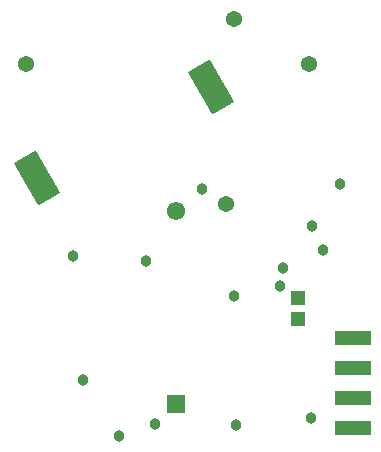
<source format=gbr>
%FSLAX23Y23*%
%MOIN*%
G04 EasyPC Gerber Version 16.0.6 Build 3249 *
%ADD74R,0.04537X0.04891*%
%ADD72R,0.06100X0.06100*%
%ADD79R,0.12411X0.04537*%
%ADD78C,0.03800*%
%ADD77C,0.05400*%
%ADD73C,0.06100*%
%AMT76*0 Rectangle Pad at angle 30*21,1,0.08474,0.16348,0,0,30*%
%ADD76T76*%
X0Y0D02*
D02*
D72*
X4770Y4506D03*
D02*
D73*
Y5150D03*
D02*
D74*
X5176Y4790D03*
Y4860D03*
D02*
D76*
X4306Y5258D03*
X4888Y5562D03*
D02*
D77*
X4270Y5640D03*
X4936Y5172D03*
X4963Y5790D03*
X5215Y5640D03*
D02*
D78*
X4428Y4999D03*
X4459Y4585D03*
X4581Y4400D03*
X4672Y4983D03*
X4699Y4440D03*
X4857Y5223D03*
X4963Y4865D03*
X4971Y4436D03*
X5117Y4900D03*
X5128Y4959D03*
X5219Y4459D03*
X5223Y5097D03*
X5262Y5018D03*
X5317Y5239D03*
D02*
D79*
X5361Y4426D03*
Y4526D03*
Y4626D03*
Y4726D03*
X0Y0D02*
M02*

</source>
